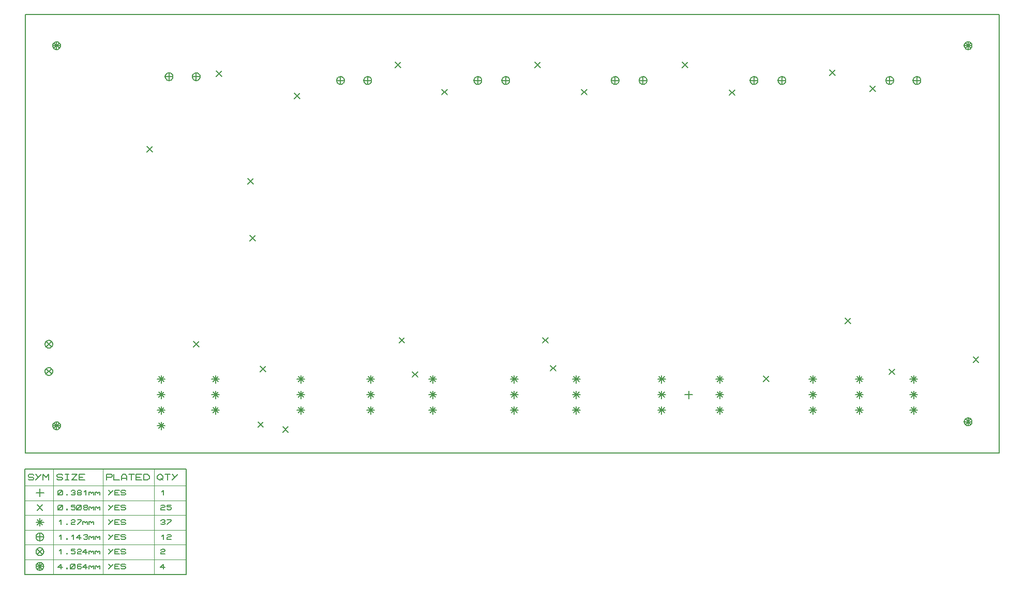
<source format=gbr>
G04 PROTEUS RS274X GERBER FILE*
%FSLAX45Y45*%
%MOMM*%
G01*
%ADD40C,0.203200*%
%ADD115C,0.127000*%
%ADD90C,0.063500*%
D40*
X-1314901Y-2368099D02*
X-1225099Y-2457901D01*
X-1314901Y-2457901D02*
X-1225099Y-2368099D01*
X+5987599Y-2050599D02*
X+6077401Y-2140401D01*
X+5987599Y-2140401D02*
X+6077401Y-2050599D01*
X+1034599Y-2368099D02*
X+1124401Y-2457901D01*
X+1034599Y-2457901D02*
X+1124401Y-2368099D01*
X+3429000Y-3238500D02*
X+3429000Y-3365500D01*
X+3365500Y-3302000D02*
X+3492500Y-3302000D01*
X+8083099Y-2685599D02*
X+8172901Y-2775401D01*
X+8083099Y-2775401D02*
X+8172901Y-2685599D01*
X-3029401Y+1632401D02*
X-2939599Y+1542599D01*
X-3029401Y+1542599D02*
X-2939599Y+1632401D01*
X-616401Y+1695901D02*
X-526599Y+1606099D01*
X-616401Y+1606099D02*
X-526599Y+1695901D01*
X+1669599Y+1695901D02*
X+1759401Y+1606099D01*
X+1669599Y+1606099D02*
X+1759401Y+1695901D01*
X+4089445Y+1689910D02*
X+4179247Y+1600108D01*
X+4089445Y+1600108D02*
X+4179247Y+1689910D01*
X+5733599Y+2013401D02*
X+5823401Y+1923599D01*
X+5733599Y+1923599D02*
X+5823401Y+2013401D01*
X+6392255Y+1751930D02*
X+6482057Y+1662128D01*
X+6392255Y+1662128D02*
X+6482057Y+1751930D01*
X+3320599Y+2140401D02*
X+3410401Y+2050599D01*
X+3320599Y+2050599D02*
X+3410401Y+2140401D01*
X+907599Y+2140401D02*
X+997401Y+2050599D01*
X+907599Y+2050599D02*
X+997401Y+2140401D01*
X-1378401Y+2140401D02*
X-1288599Y+2050599D01*
X-1378401Y+2050599D02*
X-1288599Y+2140401D01*
X-4680401Y-2431599D02*
X-4590599Y-2521401D01*
X-4680401Y-2521401D02*
X-4590599Y-2431599D01*
X-3219901Y-3828599D02*
X-3130099Y-3918401D01*
X-3219901Y-3918401D02*
X-3130099Y-3828599D01*
X-3791401Y+235401D02*
X-3701599Y+145599D01*
X-3791401Y+145599D02*
X-3701599Y+235401D01*
X-4308862Y+1999984D02*
X-4219060Y+1910182D01*
X-4308862Y+1910182D02*
X-4219060Y+1999984D01*
X+1161599Y-2825299D02*
X+1251401Y-2915101D01*
X+1161599Y-2915101D02*
X+1251401Y-2825299D01*
X-5439461Y+763587D02*
X-5349659Y+673785D01*
X-5439461Y+673785D02*
X-5349659Y+763587D01*
X-3755866Y-694264D02*
X-3666064Y-784066D01*
X-3755866Y-784066D02*
X-3666064Y-694264D01*
X-3624420Y-3747224D02*
X-3534618Y-3837026D01*
X-3624420Y-3837026D02*
X-3534618Y-3747224D01*
X-3588201Y-2837999D02*
X-3498399Y-2927801D01*
X-3588201Y-2927801D02*
X-3498399Y-2837999D01*
X+4649496Y-3000365D02*
X+4739298Y-3090167D01*
X+4649496Y-3090167D02*
X+4739298Y-3000365D01*
X+6705716Y-2883708D02*
X+6795518Y-2973510D01*
X+6705716Y-2973510D02*
X+6795518Y-2883708D01*
X-1099001Y-2926899D02*
X-1009199Y-3016701D01*
X-1099001Y-3016701D02*
X-1009199Y-2926899D01*
X-6985000Y-2476500D02*
X-6985217Y-2471253D01*
X-6986982Y-2460758D01*
X-6990674Y-2450263D01*
X-6996702Y-2439768D01*
X-7005924Y-2429388D01*
X-7016419Y-2421700D01*
X-7026914Y-2416782D01*
X-7037409Y-2413976D01*
X-7047904Y-2413003D01*
X-7048500Y-2413000D01*
X-7112000Y-2476500D02*
X-7111783Y-2471253D01*
X-7110018Y-2460758D01*
X-7106326Y-2450263D01*
X-7100298Y-2439768D01*
X-7091076Y-2429388D01*
X-7080581Y-2421700D01*
X-7070086Y-2416782D01*
X-7059591Y-2413976D01*
X-7049096Y-2413003D01*
X-7048500Y-2413000D01*
X-7112000Y-2476500D02*
X-7111783Y-2481747D01*
X-7110018Y-2492242D01*
X-7106326Y-2502737D01*
X-7100298Y-2513232D01*
X-7091076Y-2523612D01*
X-7080581Y-2531300D01*
X-7070086Y-2536218D01*
X-7059591Y-2539024D01*
X-7049096Y-2539997D01*
X-7048500Y-2540000D01*
X-6985000Y-2476500D02*
X-6985217Y-2481747D01*
X-6986982Y-2492242D01*
X-6990674Y-2502737D01*
X-6996702Y-2513232D01*
X-7005924Y-2523612D01*
X-7016419Y-2531300D01*
X-7026914Y-2536218D01*
X-7037409Y-2539024D01*
X-7047904Y-2539997D01*
X-7048500Y-2540000D01*
X-7093401Y-2431599D02*
X-7003599Y-2521401D01*
X-7093401Y-2521401D02*
X-7003599Y-2431599D01*
X-6985000Y-2921000D02*
X-6985217Y-2915753D01*
X-6986982Y-2905258D01*
X-6990674Y-2894763D01*
X-6996702Y-2884268D01*
X-7005924Y-2873888D01*
X-7016419Y-2866200D01*
X-7026914Y-2861282D01*
X-7037409Y-2858476D01*
X-7047904Y-2857503D01*
X-7048500Y-2857500D01*
X-7112000Y-2921000D02*
X-7111783Y-2915753D01*
X-7110018Y-2905258D01*
X-7106326Y-2894763D01*
X-7100298Y-2884268D01*
X-7091076Y-2873888D01*
X-7080581Y-2866200D01*
X-7070086Y-2861282D01*
X-7059591Y-2858476D01*
X-7049096Y-2857503D01*
X-7048500Y-2857500D01*
X-7112000Y-2921000D02*
X-7111783Y-2926247D01*
X-7110018Y-2936742D01*
X-7106326Y-2947237D01*
X-7100298Y-2957732D01*
X-7091076Y-2968112D01*
X-7080581Y-2975800D01*
X-7070086Y-2980718D01*
X-7059591Y-2983524D01*
X-7049096Y-2984497D01*
X-7048500Y-2984500D01*
X-6985000Y-2921000D02*
X-6985217Y-2926247D01*
X-6986982Y-2936742D01*
X-6990674Y-2947237D01*
X-6996702Y-2957732D01*
X-7005924Y-2968112D01*
X-7016419Y-2975800D01*
X-7026914Y-2980718D01*
X-7037409Y-2983524D01*
X-7047904Y-2984497D01*
X-7048500Y-2984500D01*
X-7093401Y-2876099D02*
X-7003599Y-2965901D01*
X-7093401Y-2965901D02*
X-7003599Y-2876099D01*
X-1765300Y+1841500D02*
X-1765517Y+1846747D01*
X-1767282Y+1857242D01*
X-1770974Y+1867737D01*
X-1777002Y+1878232D01*
X-1786224Y+1888612D01*
X-1796719Y+1896300D01*
X-1807214Y+1901218D01*
X-1817709Y+1904024D01*
X-1828204Y+1904997D01*
X-1828800Y+1905000D01*
X-1892300Y+1841500D02*
X-1892083Y+1846747D01*
X-1890318Y+1857242D01*
X-1886626Y+1867737D01*
X-1880598Y+1878232D01*
X-1871376Y+1888612D01*
X-1860881Y+1896300D01*
X-1850386Y+1901218D01*
X-1839891Y+1904024D01*
X-1829396Y+1904997D01*
X-1828800Y+1905000D01*
X-1892300Y+1841500D02*
X-1892083Y+1836253D01*
X-1890318Y+1825758D01*
X-1886626Y+1815263D01*
X-1880598Y+1804768D01*
X-1871376Y+1794388D01*
X-1860881Y+1786700D01*
X-1850386Y+1781782D01*
X-1839891Y+1778976D01*
X-1829396Y+1778003D01*
X-1828800Y+1778000D01*
X-1765300Y+1841500D02*
X-1765517Y+1836253D01*
X-1767282Y+1825758D01*
X-1770974Y+1815263D01*
X-1777002Y+1804768D01*
X-1786224Y+1794388D01*
X-1796719Y+1786700D01*
X-1807214Y+1781782D01*
X-1817709Y+1778976D01*
X-1828204Y+1778003D01*
X-1828800Y+1778000D01*
X-1828800Y+1905000D02*
X-1828800Y+1778000D01*
X-1892300Y+1841500D02*
X-1765300Y+1841500D01*
X-2921000Y-3492500D02*
X-2921000Y-3619500D01*
X-2984500Y-3556000D02*
X-2857500Y-3556000D01*
X-2965901Y-3511099D02*
X-2876099Y-3600901D01*
X-2965901Y-3600901D02*
X-2876099Y-3511099D01*
X-2921000Y-2984500D02*
X-2921000Y-3111500D01*
X-2984500Y-3048000D02*
X-2857500Y-3048000D01*
X-2965901Y-3003099D02*
X-2876099Y-3092901D01*
X-2965901Y-3092901D02*
X-2876099Y-3003099D01*
X-2921000Y-3238500D02*
X-2921000Y-3365500D01*
X-2984500Y-3302000D02*
X-2857500Y-3302000D01*
X-2965901Y-3257099D02*
X-2876099Y-3346901D01*
X-2965901Y-3346901D02*
X-2876099Y-3257099D01*
X+495300Y+1841500D02*
X+495083Y+1846747D01*
X+493318Y+1857242D01*
X+489626Y+1867737D01*
X+483598Y+1878232D01*
X+474376Y+1888612D01*
X+463881Y+1896300D01*
X+453386Y+1901218D01*
X+442891Y+1904024D01*
X+432396Y+1904997D01*
X+431800Y+1905000D01*
X+368300Y+1841500D02*
X+368517Y+1846747D01*
X+370282Y+1857242D01*
X+373974Y+1867737D01*
X+380002Y+1878232D01*
X+389224Y+1888612D01*
X+399719Y+1896300D01*
X+410214Y+1901218D01*
X+420709Y+1904024D01*
X+431204Y+1904997D01*
X+431800Y+1905000D01*
X+368300Y+1841500D02*
X+368517Y+1836253D01*
X+370282Y+1825758D01*
X+373974Y+1815263D01*
X+380002Y+1804768D01*
X+389224Y+1794388D01*
X+399719Y+1786700D01*
X+410214Y+1781782D01*
X+420709Y+1778976D01*
X+431204Y+1778003D01*
X+431800Y+1778000D01*
X+495300Y+1841500D02*
X+495083Y+1836253D01*
X+493318Y+1825758D01*
X+489626Y+1815263D01*
X+483598Y+1804768D01*
X+474376Y+1794388D01*
X+463881Y+1786700D01*
X+453386Y+1781782D01*
X+442891Y+1778976D01*
X+432396Y+1778003D01*
X+431800Y+1778000D01*
X+431800Y+1905000D02*
X+431800Y+1778000D01*
X+368300Y+1841500D02*
X+495300Y+1841500D01*
X-762000Y-3492500D02*
X-762000Y-3619500D01*
X-825500Y-3556000D02*
X-698500Y-3556000D01*
X-806901Y-3511099D02*
X-717099Y-3600901D01*
X-806901Y-3600901D02*
X-717099Y-3511099D01*
X-762000Y-3238500D02*
X-762000Y-3365500D01*
X-825500Y-3302000D02*
X-698500Y-3302000D01*
X-806901Y-3257099D02*
X-717099Y-3346901D01*
X-806901Y-3346901D02*
X-717099Y-3257099D01*
X-762000Y-2984500D02*
X-762000Y-3111500D01*
X-825500Y-3048000D02*
X-698500Y-3048000D01*
X-806901Y-3003099D02*
X-717099Y-3092901D01*
X-806901Y-3092901D02*
X-717099Y-3003099D01*
X+1587500Y-3238500D02*
X+1587500Y-3365500D01*
X+1524000Y-3302000D02*
X+1651000Y-3302000D01*
X+1542599Y-3257099D02*
X+1632401Y-3346901D01*
X+1542599Y-3346901D02*
X+1632401Y-3257099D01*
X+1587500Y-3492500D02*
X+1587500Y-3619500D01*
X+1524000Y-3556000D02*
X+1651000Y-3556000D01*
X+1542599Y-3511099D02*
X+1632401Y-3600901D01*
X+1542599Y-3600901D02*
X+1632401Y-3511099D01*
X+1587500Y-2984500D02*
X+1587500Y-3111500D01*
X+1524000Y-3048000D02*
X+1651000Y-3048000D01*
X+1542599Y-3003099D02*
X+1632401Y-3092901D01*
X+1542599Y-3092901D02*
X+1632401Y-3003099D01*
X+2743200Y+1841500D02*
X+2742983Y+1846747D01*
X+2741218Y+1857242D01*
X+2737526Y+1867737D01*
X+2731498Y+1878232D01*
X+2722276Y+1888612D01*
X+2711781Y+1896300D01*
X+2701286Y+1901218D01*
X+2690791Y+1904024D01*
X+2680296Y+1904997D01*
X+2679700Y+1905000D01*
X+2616200Y+1841500D02*
X+2616417Y+1846747D01*
X+2618182Y+1857242D01*
X+2621874Y+1867737D01*
X+2627902Y+1878232D01*
X+2637124Y+1888612D01*
X+2647619Y+1896300D01*
X+2658114Y+1901218D01*
X+2668609Y+1904024D01*
X+2679104Y+1904997D01*
X+2679700Y+1905000D01*
X+2616200Y+1841500D02*
X+2616417Y+1836253D01*
X+2618182Y+1825758D01*
X+2621874Y+1815263D01*
X+2627902Y+1804768D01*
X+2637124Y+1794388D01*
X+2647619Y+1786700D01*
X+2658114Y+1781782D01*
X+2668609Y+1778976D01*
X+2679104Y+1778003D01*
X+2679700Y+1778000D01*
X+2743200Y+1841500D02*
X+2742983Y+1836253D01*
X+2741218Y+1825758D01*
X+2737526Y+1815263D01*
X+2731498Y+1804768D01*
X+2722276Y+1794388D01*
X+2711781Y+1786700D01*
X+2701286Y+1781782D01*
X+2690791Y+1778976D01*
X+2680296Y+1778003D01*
X+2679700Y+1778000D01*
X+2679700Y+1905000D02*
X+2679700Y+1778000D01*
X+2616200Y+1841500D02*
X+2743200Y+1841500D01*
X+3937000Y-3492500D02*
X+3937000Y-3619500D01*
X+3873500Y-3556000D02*
X+4000500Y-3556000D01*
X+3892099Y-3511099D02*
X+3981901Y-3600901D01*
X+3892099Y-3600901D02*
X+3981901Y-3511099D01*
X+6223000Y-3492500D02*
X+6223000Y-3619500D01*
X+6159500Y-3556000D02*
X+6286500Y-3556000D01*
X+6178099Y-3511099D02*
X+6267901Y-3600901D01*
X+6178099Y-3600901D02*
X+6267901Y-3511099D01*
X+3937000Y-2984500D02*
X+3937000Y-3111500D01*
X+3873500Y-3048000D02*
X+4000500Y-3048000D01*
X+3892099Y-3003099D02*
X+3981901Y-3092901D01*
X+3892099Y-3092901D02*
X+3981901Y-3003099D01*
X+6223000Y-2984500D02*
X+6223000Y-3111500D01*
X+6159500Y-3048000D02*
X+6286500Y-3048000D01*
X+6178099Y-3003099D02*
X+6267901Y-3092901D01*
X+6178099Y-3092901D02*
X+6267901Y-3003099D01*
X+3937000Y-3238500D02*
X+3937000Y-3365500D01*
X+3873500Y-3302000D02*
X+4000500Y-3302000D01*
X+3892099Y-3257099D02*
X+3981901Y-3346901D01*
X+3892099Y-3346901D02*
X+3981901Y-3257099D01*
X+6223000Y-3238500D02*
X+6223000Y-3365500D01*
X+6159500Y-3302000D02*
X+6286500Y-3302000D01*
X+6178099Y-3257099D02*
X+6267901Y-3346901D01*
X+6178099Y-3346901D02*
X+6267901Y-3257099D01*
X+5016500Y+1841500D02*
X+5016283Y+1846747D01*
X+5014518Y+1857242D01*
X+5010826Y+1867737D01*
X+5004798Y+1878232D01*
X+4995576Y+1888612D01*
X+4985081Y+1896300D01*
X+4974586Y+1901218D01*
X+4964091Y+1904024D01*
X+4953596Y+1904997D01*
X+4953000Y+1905000D01*
X+4889500Y+1841500D02*
X+4889717Y+1846747D01*
X+4891482Y+1857242D01*
X+4895174Y+1867737D01*
X+4901202Y+1878232D01*
X+4910424Y+1888612D01*
X+4920919Y+1896300D01*
X+4931414Y+1901218D01*
X+4941909Y+1904024D01*
X+4952404Y+1904997D01*
X+4953000Y+1905000D01*
X+4889500Y+1841500D02*
X+4889717Y+1836253D01*
X+4891482Y+1825758D01*
X+4895174Y+1815263D01*
X+4901202Y+1804768D01*
X+4910424Y+1794388D01*
X+4920919Y+1786700D01*
X+4931414Y+1781782D01*
X+4941909Y+1778976D01*
X+4952404Y+1778003D01*
X+4953000Y+1778000D01*
X+5016500Y+1841500D02*
X+5016283Y+1836253D01*
X+5014518Y+1825758D01*
X+5010826Y+1815263D01*
X+5004798Y+1804768D01*
X+4995576Y+1794388D01*
X+4985081Y+1786700D01*
X+4974586Y+1781782D01*
X+4964091Y+1778976D01*
X+4953596Y+1778003D01*
X+4953000Y+1778000D01*
X+4953000Y+1905000D02*
X+4953000Y+1778000D01*
X+4889500Y+1841500D02*
X+5016500Y+1841500D01*
X+7226300Y+1841500D02*
X+7226083Y+1846747D01*
X+7224318Y+1857242D01*
X+7220626Y+1867737D01*
X+7214598Y+1878232D01*
X+7205376Y+1888612D01*
X+7194881Y+1896300D01*
X+7184386Y+1901218D01*
X+7173891Y+1904024D01*
X+7163396Y+1904997D01*
X+7162800Y+1905000D01*
X+7099300Y+1841500D02*
X+7099517Y+1846747D01*
X+7101282Y+1857242D01*
X+7104974Y+1867737D01*
X+7111002Y+1878232D01*
X+7120224Y+1888612D01*
X+7130719Y+1896300D01*
X+7141214Y+1901218D01*
X+7151709Y+1904024D01*
X+7162204Y+1904997D01*
X+7162800Y+1905000D01*
X+7099300Y+1841500D02*
X+7099517Y+1836253D01*
X+7101282Y+1825758D01*
X+7104974Y+1815263D01*
X+7111002Y+1804768D01*
X+7120224Y+1794388D01*
X+7130719Y+1786700D01*
X+7141214Y+1781782D01*
X+7151709Y+1778976D01*
X+7162204Y+1778003D01*
X+7162800Y+1778000D01*
X+7226300Y+1841500D02*
X+7226083Y+1836253D01*
X+7224318Y+1825758D01*
X+7220626Y+1815263D01*
X+7214598Y+1804768D01*
X+7205376Y+1794388D01*
X+7194881Y+1786700D01*
X+7184386Y+1781782D01*
X+7173891Y+1778976D01*
X+7163396Y+1778003D01*
X+7162800Y+1778000D01*
X+7162800Y+1905000D02*
X+7162800Y+1778000D01*
X+7099300Y+1841500D02*
X+7226300Y+1841500D01*
X+7112000Y-3238500D02*
X+7112000Y-3365500D01*
X+7048500Y-3302000D02*
X+7175500Y-3302000D01*
X+7067099Y-3257099D02*
X+7156901Y-3346901D01*
X+7067099Y-3346901D02*
X+7156901Y-3257099D01*
X+5461000Y-3238500D02*
X+5461000Y-3365500D01*
X+5397500Y-3302000D02*
X+5524500Y-3302000D01*
X+5416099Y-3257099D02*
X+5505901Y-3346901D01*
X+5416099Y-3346901D02*
X+5505901Y-3257099D01*
X+2984500Y-3238500D02*
X+2984500Y-3365500D01*
X+2921000Y-3302000D02*
X+3048000Y-3302000D01*
X+2939599Y-3257099D02*
X+3029401Y-3346901D01*
X+2939599Y-3346901D02*
X+3029401Y-3257099D01*
X+571500Y-3238500D02*
X+571500Y-3365500D01*
X+508000Y-3302000D02*
X+635000Y-3302000D01*
X+526599Y-3257099D02*
X+616401Y-3346901D01*
X+526599Y-3346901D02*
X+616401Y-3257099D01*
X-1778000Y-3238500D02*
X-1778000Y-3365500D01*
X-1841500Y-3302000D02*
X-1714500Y-3302000D01*
X-1822901Y-3257099D02*
X-1733099Y-3346901D01*
X-1822901Y-3346901D02*
X-1733099Y-3257099D01*
X+7112000Y-3492500D02*
X+7112000Y-3619500D01*
X+7048500Y-3556000D02*
X+7175500Y-3556000D01*
X+7067099Y-3511099D02*
X+7156901Y-3600901D01*
X+7067099Y-3600901D02*
X+7156901Y-3511099D01*
X+5461000Y-3492500D02*
X+5461000Y-3619500D01*
X+5397500Y-3556000D02*
X+5524500Y-3556000D01*
X+5416099Y-3511099D02*
X+5505901Y-3600901D01*
X+5416099Y-3600901D02*
X+5505901Y-3511099D01*
X+2984500Y-3492500D02*
X+2984500Y-3619500D01*
X+2921000Y-3556000D02*
X+3048000Y-3556000D01*
X+2939599Y-3511099D02*
X+3029401Y-3600901D01*
X+2939599Y-3600901D02*
X+3029401Y-3511099D01*
X+571500Y-3492500D02*
X+571500Y-3619500D01*
X+508000Y-3556000D02*
X+635000Y-3556000D01*
X+526599Y-3511099D02*
X+616401Y-3600901D01*
X+526599Y-3600901D02*
X+616401Y-3511099D01*
X-1778000Y-3492500D02*
X-1778000Y-3619500D01*
X-1841500Y-3556000D02*
X-1714500Y-3556000D01*
X-1822901Y-3511099D02*
X-1733099Y-3600901D01*
X-1822901Y-3600901D02*
X-1733099Y-3511099D01*
X+7112000Y-2984500D02*
X+7112000Y-3111500D01*
X+7048500Y-3048000D02*
X+7175500Y-3048000D01*
X+7067099Y-3003099D02*
X+7156901Y-3092901D01*
X+7067099Y-3092901D02*
X+7156901Y-3003099D01*
X+5461000Y-2984500D02*
X+5461000Y-3111500D01*
X+5397500Y-3048000D02*
X+5524500Y-3048000D01*
X+5416099Y-3003099D02*
X+5505901Y-3092901D01*
X+5416099Y-3092901D02*
X+5505901Y-3003099D01*
X+2984500Y-2984500D02*
X+2984500Y-3111500D01*
X+2921000Y-3048000D02*
X+3048000Y-3048000D01*
X+2939599Y-3003099D02*
X+3029401Y-3092901D01*
X+2939599Y-3092901D02*
X+3029401Y-3003099D01*
X+571500Y-2984500D02*
X+571500Y-3111500D01*
X+508000Y-3048000D02*
X+635000Y-3048000D01*
X+526599Y-3003099D02*
X+616401Y-3092901D01*
X+526599Y-3092901D02*
X+616401Y-3003099D01*
X-1778000Y-2984500D02*
X-1778000Y-3111500D01*
X-1841500Y-3048000D02*
X-1714500Y-3048000D01*
X-1822901Y-3003099D02*
X-1733099Y-3092901D01*
X-1822901Y-3092901D02*
X-1733099Y-3003099D01*
X+6781800Y+1841500D02*
X+6781583Y+1846747D01*
X+6779818Y+1857242D01*
X+6776126Y+1867737D01*
X+6770098Y+1878232D01*
X+6760876Y+1888612D01*
X+6750381Y+1896300D01*
X+6739886Y+1901218D01*
X+6729391Y+1904024D01*
X+6718896Y+1904997D01*
X+6718300Y+1905000D01*
X+6654800Y+1841500D02*
X+6655017Y+1846747D01*
X+6656782Y+1857242D01*
X+6660474Y+1867737D01*
X+6666502Y+1878232D01*
X+6675724Y+1888612D01*
X+6686219Y+1896300D01*
X+6696714Y+1901218D01*
X+6707209Y+1904024D01*
X+6717704Y+1904997D01*
X+6718300Y+1905000D01*
X+6654800Y+1841500D02*
X+6655017Y+1836253D01*
X+6656782Y+1825758D01*
X+6660474Y+1815263D01*
X+6666502Y+1804768D01*
X+6675724Y+1794388D01*
X+6686219Y+1786700D01*
X+6696714Y+1781782D01*
X+6707209Y+1778976D01*
X+6717704Y+1778003D01*
X+6718300Y+1778000D01*
X+6781800Y+1841500D02*
X+6781583Y+1836253D01*
X+6779818Y+1825758D01*
X+6776126Y+1815263D01*
X+6770098Y+1804768D01*
X+6760876Y+1794388D01*
X+6750381Y+1786700D01*
X+6739886Y+1781782D01*
X+6729391Y+1778976D01*
X+6718896Y+1778003D01*
X+6718300Y+1778000D01*
X+6718300Y+1905000D02*
X+6718300Y+1778000D01*
X+6654800Y+1841500D02*
X+6781800Y+1841500D01*
X+4559300Y+1841500D02*
X+4559083Y+1846747D01*
X+4557318Y+1857242D01*
X+4553626Y+1867737D01*
X+4547598Y+1878232D01*
X+4538376Y+1888612D01*
X+4527881Y+1896300D01*
X+4517386Y+1901218D01*
X+4506891Y+1904024D01*
X+4496396Y+1904997D01*
X+4495800Y+1905000D01*
X+4432300Y+1841500D02*
X+4432517Y+1846747D01*
X+4434282Y+1857242D01*
X+4437974Y+1867737D01*
X+4444002Y+1878232D01*
X+4453224Y+1888612D01*
X+4463719Y+1896300D01*
X+4474214Y+1901218D01*
X+4484709Y+1904024D01*
X+4495204Y+1904997D01*
X+4495800Y+1905000D01*
X+4432300Y+1841500D02*
X+4432517Y+1836253D01*
X+4434282Y+1825758D01*
X+4437974Y+1815263D01*
X+4444002Y+1804768D01*
X+4453224Y+1794388D01*
X+4463719Y+1786700D01*
X+4474214Y+1781782D01*
X+4484709Y+1778976D01*
X+4495204Y+1778003D01*
X+4495800Y+1778000D01*
X+4559300Y+1841500D02*
X+4559083Y+1836253D01*
X+4557318Y+1825758D01*
X+4553626Y+1815263D01*
X+4547598Y+1804768D01*
X+4538376Y+1794388D01*
X+4527881Y+1786700D01*
X+4517386Y+1781782D01*
X+4506891Y+1778976D01*
X+4496396Y+1778003D01*
X+4495800Y+1778000D01*
X+4495800Y+1905000D02*
X+4495800Y+1778000D01*
X+4432300Y+1841500D02*
X+4559300Y+1841500D01*
X+2286000Y+1841500D02*
X+2285783Y+1846747D01*
X+2284018Y+1857242D01*
X+2280326Y+1867737D01*
X+2274298Y+1878232D01*
X+2265076Y+1888612D01*
X+2254581Y+1896300D01*
X+2244086Y+1901218D01*
X+2233591Y+1904024D01*
X+2223096Y+1904997D01*
X+2222500Y+1905000D01*
X+2159000Y+1841500D02*
X+2159217Y+1846747D01*
X+2160982Y+1857242D01*
X+2164674Y+1867737D01*
X+2170702Y+1878232D01*
X+2179924Y+1888612D01*
X+2190419Y+1896300D01*
X+2200914Y+1901218D01*
X+2211409Y+1904024D01*
X+2221904Y+1904997D01*
X+2222500Y+1905000D01*
X+2159000Y+1841500D02*
X+2159217Y+1836253D01*
X+2160982Y+1825758D01*
X+2164674Y+1815263D01*
X+2170702Y+1804768D01*
X+2179924Y+1794388D01*
X+2190419Y+1786700D01*
X+2200914Y+1781782D01*
X+2211409Y+1778976D01*
X+2221904Y+1778003D01*
X+2222500Y+1778000D01*
X+2286000Y+1841500D02*
X+2285783Y+1836253D01*
X+2284018Y+1825758D01*
X+2280326Y+1815263D01*
X+2274298Y+1804768D01*
X+2265076Y+1794388D01*
X+2254581Y+1786700D01*
X+2244086Y+1781782D01*
X+2233591Y+1778976D01*
X+2223096Y+1778003D01*
X+2222500Y+1778000D01*
X+2222500Y+1905000D02*
X+2222500Y+1778000D01*
X+2159000Y+1841500D02*
X+2286000Y+1841500D01*
X+38100Y+1841500D02*
X+37883Y+1846747D01*
X+36118Y+1857242D01*
X+32426Y+1867737D01*
X+26398Y+1878232D01*
X+17176Y+1888612D01*
X+6681Y+1896300D01*
X-3814Y+1901218D01*
X-14309Y+1904024D01*
X-24804Y+1904997D01*
X-25400Y+1905000D01*
X-88900Y+1841500D02*
X-88683Y+1846747D01*
X-86918Y+1857242D01*
X-83226Y+1867737D01*
X-77198Y+1878232D01*
X-67976Y+1888612D01*
X-57481Y+1896300D01*
X-46986Y+1901218D01*
X-36491Y+1904024D01*
X-25996Y+1904997D01*
X-25400Y+1905000D01*
X-88900Y+1841500D02*
X-88683Y+1836253D01*
X-86918Y+1825758D01*
X-83226Y+1815263D01*
X-77198Y+1804768D01*
X-67976Y+1794388D01*
X-57481Y+1786700D01*
X-46986Y+1781782D01*
X-36491Y+1778976D01*
X-25996Y+1778003D01*
X-25400Y+1778000D01*
X+38100Y+1841500D02*
X+37883Y+1836253D01*
X+36118Y+1825758D01*
X+32426Y+1815263D01*
X+26398Y+1804768D01*
X+17176Y+1794388D01*
X+6681Y+1786700D01*
X-3814Y+1781782D01*
X-14309Y+1778976D01*
X-24804Y+1778003D01*
X-25400Y+1778000D01*
X-25400Y+1905000D02*
X-25400Y+1778000D01*
X-88900Y+1841500D02*
X+38100Y+1841500D01*
X-2209800Y+1841500D02*
X-2210017Y+1846747D01*
X-2211782Y+1857242D01*
X-2215474Y+1867737D01*
X-2221502Y+1878232D01*
X-2230724Y+1888612D01*
X-2241219Y+1896300D01*
X-2251714Y+1901218D01*
X-2262209Y+1904024D01*
X-2272704Y+1904997D01*
X-2273300Y+1905000D01*
X-2336800Y+1841500D02*
X-2336583Y+1846747D01*
X-2334818Y+1857242D01*
X-2331126Y+1867737D01*
X-2325098Y+1878232D01*
X-2315876Y+1888612D01*
X-2305381Y+1896300D01*
X-2294886Y+1901218D01*
X-2284391Y+1904024D01*
X-2273896Y+1904997D01*
X-2273300Y+1905000D01*
X-2336800Y+1841500D02*
X-2336583Y+1836253D01*
X-2334818Y+1825758D01*
X-2331126Y+1815263D01*
X-2325098Y+1804768D01*
X-2315876Y+1794388D01*
X-2305381Y+1786700D01*
X-2294886Y+1781782D01*
X-2284391Y+1778976D01*
X-2273896Y+1778003D01*
X-2273300Y+1778000D01*
X-2209800Y+1841500D02*
X-2210017Y+1836253D01*
X-2211782Y+1825758D01*
X-2215474Y+1815263D01*
X-2221502Y+1804768D01*
X-2230724Y+1794388D01*
X-2241219Y+1786700D01*
X-2251714Y+1781782D01*
X-2262209Y+1778976D01*
X-2272704Y+1778003D01*
X-2273300Y+1778000D01*
X-2273300Y+1905000D02*
X-2273300Y+1778000D01*
X-2336800Y+1841500D02*
X-2209800Y+1841500D01*
X-5016500Y+1905000D02*
X-5016717Y+1910247D01*
X-5018482Y+1920742D01*
X-5022174Y+1931237D01*
X-5028202Y+1941732D01*
X-5037424Y+1952112D01*
X-5047919Y+1959800D01*
X-5058414Y+1964718D01*
X-5068909Y+1967524D01*
X-5079404Y+1968497D01*
X-5080000Y+1968500D01*
X-5143500Y+1905000D02*
X-5143283Y+1910247D01*
X-5141518Y+1920742D01*
X-5137826Y+1931237D01*
X-5131798Y+1941732D01*
X-5122576Y+1952112D01*
X-5112081Y+1959800D01*
X-5101586Y+1964718D01*
X-5091091Y+1967524D01*
X-5080596Y+1968497D01*
X-5080000Y+1968500D01*
X-5143500Y+1905000D02*
X-5143283Y+1899753D01*
X-5141518Y+1889258D01*
X-5137826Y+1878763D01*
X-5131798Y+1868268D01*
X-5122576Y+1857888D01*
X-5112081Y+1850200D01*
X-5101586Y+1845282D01*
X-5091091Y+1842476D01*
X-5080596Y+1841503D01*
X-5080000Y+1841500D01*
X-5016500Y+1905000D02*
X-5016717Y+1899753D01*
X-5018482Y+1889258D01*
X-5022174Y+1878763D01*
X-5028202Y+1868268D01*
X-5037424Y+1857888D01*
X-5047919Y+1850200D01*
X-5058414Y+1845282D01*
X-5068909Y+1842476D01*
X-5079404Y+1841503D01*
X-5080000Y+1841500D01*
X-5080000Y+1968500D02*
X-5080000Y+1841500D01*
X-5143500Y+1905000D02*
X-5016500Y+1905000D01*
X-4318000Y-3492500D02*
X-4318000Y-3619500D01*
X-4381500Y-3556000D02*
X-4254500Y-3556000D01*
X-4362901Y-3511099D02*
X-4273099Y-3600901D01*
X-4362901Y-3600901D02*
X-4273099Y-3511099D01*
X-4318000Y-2984500D02*
X-4318000Y-3111500D01*
X-4381500Y-3048000D02*
X-4254500Y-3048000D01*
X-4362901Y-3003099D02*
X-4273099Y-3092901D01*
X-4362901Y-3092901D02*
X-4273099Y-3003099D01*
X-4318000Y-3238500D02*
X-4318000Y-3365500D01*
X-4381500Y-3302000D02*
X-4254500Y-3302000D01*
X-4362901Y-3257099D02*
X-4273099Y-3346901D01*
X-4362901Y-3346901D02*
X-4273099Y-3257099D01*
X-6858000Y-3810000D02*
X-6858217Y-3804753D01*
X-6859982Y-3794258D01*
X-6863674Y-3783763D01*
X-6869702Y-3773268D01*
X-6878924Y-3762888D01*
X-6889419Y-3755200D01*
X-6899914Y-3750282D01*
X-6910409Y-3747476D01*
X-6920904Y-3746503D01*
X-6921500Y-3746500D01*
X-6985000Y-3810000D02*
X-6984783Y-3804753D01*
X-6983018Y-3794258D01*
X-6979326Y-3783763D01*
X-6973298Y-3773268D01*
X-6964076Y-3762888D01*
X-6953581Y-3755200D01*
X-6943086Y-3750282D01*
X-6932591Y-3747476D01*
X-6922096Y-3746503D01*
X-6921500Y-3746500D01*
X-6985000Y-3810000D02*
X-6984783Y-3815247D01*
X-6983018Y-3825742D01*
X-6979326Y-3836237D01*
X-6973298Y-3846732D01*
X-6964076Y-3857112D01*
X-6953581Y-3864800D01*
X-6943086Y-3869718D01*
X-6932591Y-3872524D01*
X-6922096Y-3873497D01*
X-6921500Y-3873500D01*
X-6858000Y-3810000D02*
X-6858217Y-3815247D01*
X-6859982Y-3825742D01*
X-6863674Y-3836237D01*
X-6869702Y-3846732D01*
X-6878924Y-3857112D01*
X-6889419Y-3864800D01*
X-6899914Y-3869718D01*
X-6910409Y-3872524D01*
X-6920904Y-3873497D01*
X-6921500Y-3873500D01*
X-6921500Y-3746500D02*
X-6921500Y-3873500D01*
X-6985000Y-3810000D02*
X-6858000Y-3810000D01*
X-6858217Y-3804753D01*
X-6859982Y-3794258D01*
X-6863674Y-3783763D01*
X-6869702Y-3773268D01*
X-6878924Y-3762888D01*
X-6889419Y-3755200D01*
X-6899914Y-3750282D01*
X-6910409Y-3747476D01*
X-6920904Y-3746503D01*
X-6921500Y-3746500D01*
X-6985000Y-3810000D02*
X-6984783Y-3804753D01*
X-6983018Y-3794258D01*
X-6979326Y-3783763D01*
X-6973298Y-3773268D01*
X-6964076Y-3762888D01*
X-6953581Y-3755200D01*
X-6943086Y-3750282D01*
X-6932591Y-3747476D01*
X-6922096Y-3746503D01*
X-6921500Y-3746500D01*
X-6985000Y-3810000D02*
X-6984783Y-3815247D01*
X-6983018Y-3825742D01*
X-6979326Y-3836237D01*
X-6973298Y-3846732D01*
X-6964076Y-3857112D01*
X-6953581Y-3864800D01*
X-6943086Y-3869718D01*
X-6932591Y-3872524D01*
X-6922096Y-3873497D01*
X-6921500Y-3873500D01*
X-6858000Y-3810000D02*
X-6858217Y-3815247D01*
X-6859982Y-3825742D01*
X-6863674Y-3836237D01*
X-6869702Y-3846732D01*
X-6878924Y-3857112D01*
X-6889419Y-3864800D01*
X-6899914Y-3869718D01*
X-6910409Y-3872524D01*
X-6920904Y-3873497D01*
X-6921500Y-3873500D01*
X-6966401Y-3765099D02*
X-6876599Y-3854901D01*
X-6966401Y-3854901D02*
X-6876599Y-3765099D01*
X-6858000Y+2413000D02*
X-6858217Y+2418247D01*
X-6859982Y+2428742D01*
X-6863674Y+2439237D01*
X-6869702Y+2449732D01*
X-6878924Y+2460112D01*
X-6889419Y+2467800D01*
X-6899914Y+2472718D01*
X-6910409Y+2475524D01*
X-6920904Y+2476497D01*
X-6921500Y+2476500D01*
X-6985000Y+2413000D02*
X-6984783Y+2418247D01*
X-6983018Y+2428742D01*
X-6979326Y+2439237D01*
X-6973298Y+2449732D01*
X-6964076Y+2460112D01*
X-6953581Y+2467800D01*
X-6943086Y+2472718D01*
X-6932591Y+2475524D01*
X-6922096Y+2476497D01*
X-6921500Y+2476500D01*
X-6985000Y+2413000D02*
X-6984783Y+2407753D01*
X-6983018Y+2397258D01*
X-6979326Y+2386763D01*
X-6973298Y+2376268D01*
X-6964076Y+2365888D01*
X-6953581Y+2358200D01*
X-6943086Y+2353282D01*
X-6932591Y+2350476D01*
X-6922096Y+2349503D01*
X-6921500Y+2349500D01*
X-6858000Y+2413000D02*
X-6858217Y+2407753D01*
X-6859982Y+2397258D01*
X-6863674Y+2386763D01*
X-6869702Y+2376268D01*
X-6878924Y+2365888D01*
X-6889419Y+2358200D01*
X-6899914Y+2353282D01*
X-6910409Y+2350476D01*
X-6920904Y+2349503D01*
X-6921500Y+2349500D01*
X-6921500Y+2476500D02*
X-6921500Y+2349500D01*
X-6985000Y+2413000D02*
X-6858000Y+2413000D01*
X-6858217Y+2418247D01*
X-6859982Y+2428742D01*
X-6863674Y+2439237D01*
X-6869702Y+2449732D01*
X-6878924Y+2460112D01*
X-6889419Y+2467800D01*
X-6899914Y+2472718D01*
X-6910409Y+2475524D01*
X-6920904Y+2476497D01*
X-6921500Y+2476500D01*
X-6985000Y+2413000D02*
X-6984783Y+2418247D01*
X-6983018Y+2428742D01*
X-6979326Y+2439237D01*
X-6973298Y+2449732D01*
X-6964076Y+2460112D01*
X-6953581Y+2467800D01*
X-6943086Y+2472718D01*
X-6932591Y+2475524D01*
X-6922096Y+2476497D01*
X-6921500Y+2476500D01*
X-6985000Y+2413000D02*
X-6984783Y+2407753D01*
X-6983018Y+2397258D01*
X-6979326Y+2386763D01*
X-6973298Y+2376268D01*
X-6964076Y+2365888D01*
X-6953581Y+2358200D01*
X-6943086Y+2353282D01*
X-6932591Y+2350476D01*
X-6922096Y+2349503D01*
X-6921500Y+2349500D01*
X-6858000Y+2413000D02*
X-6858217Y+2407753D01*
X-6859982Y+2397258D01*
X-6863674Y+2386763D01*
X-6869702Y+2376268D01*
X-6878924Y+2365888D01*
X-6889419Y+2358200D01*
X-6899914Y+2353282D01*
X-6910409Y+2350476D01*
X-6920904Y+2349503D01*
X-6921500Y+2349500D01*
X-6966401Y+2457901D02*
X-6876599Y+2368099D01*
X-6966401Y+2368099D02*
X-6876599Y+2457901D01*
X+8064500Y+2413000D02*
X+8064283Y+2418247D01*
X+8062518Y+2428742D01*
X+8058826Y+2439237D01*
X+8052798Y+2449732D01*
X+8043576Y+2460112D01*
X+8033081Y+2467800D01*
X+8022586Y+2472718D01*
X+8012091Y+2475524D01*
X+8001596Y+2476497D01*
X+8001000Y+2476500D01*
X+7937500Y+2413000D02*
X+7937717Y+2418247D01*
X+7939482Y+2428742D01*
X+7943174Y+2439237D01*
X+7949202Y+2449732D01*
X+7958424Y+2460112D01*
X+7968919Y+2467800D01*
X+7979414Y+2472718D01*
X+7989909Y+2475524D01*
X+8000404Y+2476497D01*
X+8001000Y+2476500D01*
X+7937500Y+2413000D02*
X+7937717Y+2407753D01*
X+7939482Y+2397258D01*
X+7943174Y+2386763D01*
X+7949202Y+2376268D01*
X+7958424Y+2365888D01*
X+7968919Y+2358200D01*
X+7979414Y+2353282D01*
X+7989909Y+2350476D01*
X+8000404Y+2349503D01*
X+8001000Y+2349500D01*
X+8064500Y+2413000D02*
X+8064283Y+2407753D01*
X+8062518Y+2397258D01*
X+8058826Y+2386763D01*
X+8052798Y+2376268D01*
X+8043576Y+2365888D01*
X+8033081Y+2358200D01*
X+8022586Y+2353282D01*
X+8012091Y+2350476D01*
X+8001596Y+2349503D01*
X+8001000Y+2349500D01*
X+8001000Y+2476500D02*
X+8001000Y+2349500D01*
X+7937500Y+2413000D02*
X+8064500Y+2413000D01*
X+8064283Y+2418247D01*
X+8062518Y+2428742D01*
X+8058826Y+2439237D01*
X+8052798Y+2449732D01*
X+8043576Y+2460112D01*
X+8033081Y+2467800D01*
X+8022586Y+2472718D01*
X+8012091Y+2475524D01*
X+8001596Y+2476497D01*
X+8001000Y+2476500D01*
X+7937500Y+2413000D02*
X+7937717Y+2418247D01*
X+7939482Y+2428742D01*
X+7943174Y+2439237D01*
X+7949202Y+2449732D01*
X+7958424Y+2460112D01*
X+7968919Y+2467800D01*
X+7979414Y+2472718D01*
X+7989909Y+2475524D01*
X+8000404Y+2476497D01*
X+8001000Y+2476500D01*
X+7937500Y+2413000D02*
X+7937717Y+2407753D01*
X+7939482Y+2397258D01*
X+7943174Y+2386763D01*
X+7949202Y+2376268D01*
X+7958424Y+2365888D01*
X+7968919Y+2358200D01*
X+7979414Y+2353282D01*
X+7989909Y+2350476D01*
X+8000404Y+2349503D01*
X+8001000Y+2349500D01*
X+8064500Y+2413000D02*
X+8064283Y+2407753D01*
X+8062518Y+2397258D01*
X+8058826Y+2386763D01*
X+8052798Y+2376268D01*
X+8043576Y+2365888D01*
X+8033081Y+2358200D01*
X+8022586Y+2353282D01*
X+8012091Y+2350476D01*
X+8001596Y+2349503D01*
X+8001000Y+2349500D01*
X+7956099Y+2457901D02*
X+8045901Y+2368099D01*
X+7956099Y+2368099D02*
X+8045901Y+2457901D01*
X+8064500Y-3746500D02*
X+8064283Y-3741253D01*
X+8062518Y-3730758D01*
X+8058826Y-3720263D01*
X+8052798Y-3709768D01*
X+8043576Y-3699388D01*
X+8033081Y-3691700D01*
X+8022586Y-3686782D01*
X+8012091Y-3683976D01*
X+8001596Y-3683003D01*
X+8001000Y-3683000D01*
X+7937500Y-3746500D02*
X+7937717Y-3741253D01*
X+7939482Y-3730758D01*
X+7943174Y-3720263D01*
X+7949202Y-3709768D01*
X+7958424Y-3699388D01*
X+7968919Y-3691700D01*
X+7979414Y-3686782D01*
X+7989909Y-3683976D01*
X+8000404Y-3683003D01*
X+8001000Y-3683000D01*
X+7937500Y-3746500D02*
X+7937717Y-3751747D01*
X+7939482Y-3762242D01*
X+7943174Y-3772737D01*
X+7949202Y-3783232D01*
X+7958424Y-3793612D01*
X+7968919Y-3801300D01*
X+7979414Y-3806218D01*
X+7989909Y-3809024D01*
X+8000404Y-3809997D01*
X+8001000Y-3810000D01*
X+8064500Y-3746500D02*
X+8064283Y-3751747D01*
X+8062518Y-3762242D01*
X+8058826Y-3772737D01*
X+8052798Y-3783232D01*
X+8043576Y-3793612D01*
X+8033081Y-3801300D01*
X+8022586Y-3806218D01*
X+8012091Y-3809024D01*
X+8001596Y-3809997D01*
X+8001000Y-3810000D01*
X+8001000Y-3683000D02*
X+8001000Y-3810000D01*
X+7937500Y-3746500D02*
X+8064500Y-3746500D01*
X+8064283Y-3741253D01*
X+8062518Y-3730758D01*
X+8058826Y-3720263D01*
X+8052798Y-3709768D01*
X+8043576Y-3699388D01*
X+8033081Y-3691700D01*
X+8022586Y-3686782D01*
X+8012091Y-3683976D01*
X+8001596Y-3683003D01*
X+8001000Y-3683000D01*
X+7937500Y-3746500D02*
X+7937717Y-3741253D01*
X+7939482Y-3730758D01*
X+7943174Y-3720263D01*
X+7949202Y-3709768D01*
X+7958424Y-3699388D01*
X+7968919Y-3691700D01*
X+7979414Y-3686782D01*
X+7989909Y-3683976D01*
X+8000404Y-3683003D01*
X+8001000Y-3683000D01*
X+7937500Y-3746500D02*
X+7937717Y-3751747D01*
X+7939482Y-3762242D01*
X+7943174Y-3772737D01*
X+7949202Y-3783232D01*
X+7958424Y-3793612D01*
X+7968919Y-3801300D01*
X+7979414Y-3806218D01*
X+7989909Y-3809024D01*
X+8000404Y-3809997D01*
X+8001000Y-3810000D01*
X+8064500Y-3746500D02*
X+8064283Y-3751747D01*
X+8062518Y-3762242D01*
X+8058826Y-3772737D01*
X+8052798Y-3783232D01*
X+8043576Y-3793612D01*
X+8033081Y-3801300D01*
X+8022586Y-3806218D01*
X+8012091Y-3809024D01*
X+8001596Y-3809997D01*
X+8001000Y-3810000D01*
X+7956099Y-3701599D02*
X+8045901Y-3791401D01*
X+7956099Y-3791401D02*
X+8045901Y-3701599D01*
X-5207000Y-2984500D02*
X-5207000Y-3111500D01*
X-5270500Y-3048000D02*
X-5143500Y-3048000D01*
X-5251901Y-3003099D02*
X-5162099Y-3092901D01*
X-5251901Y-3092901D02*
X-5162099Y-3003099D01*
X-5207000Y-3238500D02*
X-5207000Y-3365500D01*
X-5270500Y-3302000D02*
X-5143500Y-3302000D01*
X-5251901Y-3257099D02*
X-5162099Y-3346901D01*
X-5251901Y-3346901D02*
X-5162099Y-3257099D01*
X-5207000Y-3492500D02*
X-5207000Y-3619500D01*
X-5270500Y-3556000D02*
X-5143500Y-3556000D01*
X-5251901Y-3511099D02*
X-5162099Y-3600901D01*
X-5251901Y-3600901D02*
X-5162099Y-3511099D01*
X-5207000Y-3746500D02*
X-5207000Y-3873500D01*
X-5270500Y-3810000D02*
X-5143500Y-3810000D01*
X-5251901Y-3765099D02*
X-5162099Y-3854901D01*
X-5251901Y-3854901D02*
X-5162099Y-3765099D01*
X-4572000Y+1905000D02*
X-4572217Y+1910247D01*
X-4573982Y+1920742D01*
X-4577674Y+1931237D01*
X-4583702Y+1941732D01*
X-4592924Y+1952112D01*
X-4603419Y+1959800D01*
X-4613914Y+1964718D01*
X-4624409Y+1967524D01*
X-4634904Y+1968497D01*
X-4635500Y+1968500D01*
X-4699000Y+1905000D02*
X-4698783Y+1910247D01*
X-4697018Y+1920742D01*
X-4693326Y+1931237D01*
X-4687298Y+1941732D01*
X-4678076Y+1952112D01*
X-4667581Y+1959800D01*
X-4657086Y+1964718D01*
X-4646591Y+1967524D01*
X-4636096Y+1968497D01*
X-4635500Y+1968500D01*
X-4699000Y+1905000D02*
X-4698783Y+1899753D01*
X-4697018Y+1889258D01*
X-4693326Y+1878763D01*
X-4687298Y+1868268D01*
X-4678076Y+1857888D01*
X-4667581Y+1850200D01*
X-4657086Y+1845282D01*
X-4646591Y+1842476D01*
X-4636096Y+1841503D01*
X-4635500Y+1841500D01*
X-4572000Y+1905000D02*
X-4572217Y+1899753D01*
X-4573982Y+1889258D01*
X-4577674Y+1878763D01*
X-4583702Y+1868268D01*
X-4592924Y+1857888D01*
X-4603419Y+1850200D01*
X-4613914Y+1845282D01*
X-4624409Y+1842476D01*
X-4634904Y+1841503D01*
X-4635500Y+1841500D01*
X-4635500Y+1968500D02*
X-4635500Y+1841500D01*
X-4699000Y+1905000D02*
X-4572000Y+1905000D01*
X-7429500Y-4254500D02*
X+8509000Y-4254500D01*
X+8509000Y+2921000D01*
X-7429500Y+2921000D01*
X-7429500Y-4254500D01*
D115*
X-7442200Y-6248400D02*
X-4798060Y-6248400D01*
X-4798060Y-4521200D01*
X-7442200Y-4521200D01*
X-7442200Y-6248400D01*
D90*
X-6974838Y-4521200D02*
X-6974838Y-6248400D01*
X-6162038Y-4521200D02*
X-6162038Y-6248400D01*
X-5328918Y-4521200D02*
X-5328918Y-6248400D01*
X-7442200Y-4794250D02*
X-4798060Y-4794250D01*
X-7442200Y-5035550D02*
X-4798060Y-5035550D01*
X-7442200Y-5276850D02*
X-4798060Y-5276850D01*
X-7442200Y-5518150D02*
X-4798060Y-5518150D01*
X-7442200Y-5759450D02*
X-4798060Y-5759450D01*
X-7442200Y-6000750D02*
X-4798060Y-6000750D01*
D115*
X-7385050Y-4685030D02*
X-7369810Y-4700270D01*
X-7308850Y-4700270D01*
X-7293610Y-4685030D01*
X-7293610Y-4669790D01*
X-7308850Y-4654550D01*
X-7369810Y-4654550D01*
X-7385050Y-4639310D01*
X-7385050Y-4624070D01*
X-7369810Y-4608830D01*
X-7308850Y-4608830D01*
X-7293610Y-4624070D01*
X-7171690Y-4608830D02*
X-7263130Y-4700270D01*
X-7263130Y-4608830D02*
X-7217410Y-4654550D01*
X-7141210Y-4700270D02*
X-7141210Y-4608830D01*
X-7095490Y-4654550D01*
X-7049770Y-4608830D01*
X-7049770Y-4700270D01*
X-6917690Y-4685030D02*
X-6902450Y-4700270D01*
X-6841490Y-4700270D01*
X-6826250Y-4685030D01*
X-6826250Y-4669790D01*
X-6841490Y-4654550D01*
X-6902450Y-4654550D01*
X-6917690Y-4639310D01*
X-6917690Y-4624070D01*
X-6902450Y-4608830D01*
X-6841490Y-4608830D01*
X-6826250Y-4624070D01*
X-6780530Y-4608830D02*
X-6719570Y-4608830D01*
X-6750050Y-4608830D02*
X-6750050Y-4700270D01*
X-6780530Y-4700270D02*
X-6719570Y-4700270D01*
X-6673850Y-4608830D02*
X-6582410Y-4608830D01*
X-6673850Y-4700270D01*
X-6582410Y-4700270D01*
X-6460490Y-4700270D02*
X-6551930Y-4700270D01*
X-6551930Y-4608830D01*
X-6460490Y-4608830D01*
X-6551930Y-4654550D02*
X-6490970Y-4654550D01*
X-6104890Y-4700270D02*
X-6104890Y-4608830D01*
X-6028690Y-4608830D01*
X-6013450Y-4624070D01*
X-6013450Y-4639310D01*
X-6028690Y-4654550D01*
X-6104890Y-4654550D01*
X-5982970Y-4608830D02*
X-5982970Y-4700270D01*
X-5891530Y-4700270D01*
X-5861050Y-4700270D02*
X-5861050Y-4639310D01*
X-5830570Y-4608830D01*
X-5800090Y-4608830D01*
X-5769610Y-4639310D01*
X-5769610Y-4700270D01*
X-5861050Y-4669790D02*
X-5769610Y-4669790D01*
X-5739130Y-4608830D02*
X-5647690Y-4608830D01*
X-5693410Y-4608830D02*
X-5693410Y-4700270D01*
X-5525770Y-4700270D02*
X-5617210Y-4700270D01*
X-5617210Y-4608830D01*
X-5525770Y-4608830D01*
X-5617210Y-4654550D02*
X-5556250Y-4654550D01*
X-5495290Y-4700270D02*
X-5495290Y-4608830D01*
X-5434330Y-4608830D01*
X-5403850Y-4639310D01*
X-5403850Y-4669790D01*
X-5434330Y-4700270D01*
X-5495290Y-4700270D01*
X-5271770Y-4639310D02*
X-5241290Y-4608830D01*
X-5210810Y-4608830D01*
X-5180330Y-4639310D01*
X-5180330Y-4669790D01*
X-5210810Y-4700270D01*
X-5241290Y-4700270D01*
X-5271770Y-4669790D01*
X-5271770Y-4639310D01*
X-5210810Y-4669790D02*
X-5180330Y-4700270D01*
X-5149850Y-4608830D02*
X-5058410Y-4608830D01*
X-5104130Y-4608830D02*
X-5104130Y-4700270D01*
X-4936490Y-4608830D02*
X-5027930Y-4700270D01*
X-5027930Y-4608830D02*
X-4982210Y-4654550D01*
D40*
X-7195820Y-4845050D02*
X-7195820Y-4972050D01*
X-7259320Y-4908550D02*
X-7132320Y-4908550D01*
D115*
X-6898640Y-4933950D02*
X-6898640Y-4883150D01*
X-6885940Y-4870450D01*
X-6835140Y-4870450D01*
X-6822440Y-4883150D01*
X-6822440Y-4933950D01*
X-6835140Y-4946650D01*
X-6885940Y-4946650D01*
X-6898640Y-4933950D01*
X-6898640Y-4946650D02*
X-6822440Y-4870450D01*
X-6758940Y-4933950D02*
X-6746240Y-4933950D01*
X-6746240Y-4946650D01*
X-6758940Y-4946650D01*
X-6758940Y-4933950D01*
X-6682740Y-4883150D02*
X-6670040Y-4870450D01*
X-6631940Y-4870450D01*
X-6619240Y-4883150D01*
X-6619240Y-4895850D01*
X-6631940Y-4908550D01*
X-6619240Y-4921250D01*
X-6619240Y-4933950D01*
X-6631940Y-4946650D01*
X-6670040Y-4946650D01*
X-6682740Y-4933950D01*
X-6657340Y-4908550D02*
X-6631940Y-4908550D01*
X-6568440Y-4908550D02*
X-6581140Y-4895850D01*
X-6581140Y-4883150D01*
X-6568440Y-4870450D01*
X-6530340Y-4870450D01*
X-6517640Y-4883150D01*
X-6517640Y-4895850D01*
X-6530340Y-4908550D01*
X-6568440Y-4908550D01*
X-6581140Y-4921250D01*
X-6581140Y-4933950D01*
X-6568440Y-4946650D01*
X-6530340Y-4946650D01*
X-6517640Y-4933950D01*
X-6517640Y-4921250D01*
X-6530340Y-4908550D01*
X-6466840Y-4895850D02*
X-6441440Y-4870450D01*
X-6441440Y-4946650D01*
X-6390640Y-4946650D02*
X-6390640Y-4895850D01*
X-6390640Y-4908550D02*
X-6377940Y-4895850D01*
X-6352540Y-4921250D01*
X-6327140Y-4895850D01*
X-6314440Y-4908550D01*
X-6314440Y-4946650D01*
X-6289040Y-4946650D02*
X-6289040Y-4895850D01*
X-6289040Y-4908550D02*
X-6276340Y-4895850D01*
X-6250940Y-4921250D01*
X-6225540Y-4895850D01*
X-6212840Y-4908550D01*
X-6212840Y-4946650D01*
X-5996940Y-4870450D02*
X-6073140Y-4946650D01*
X-6073140Y-4870450D02*
X-6035040Y-4908550D01*
X-5895340Y-4946650D02*
X-5971540Y-4946650D01*
X-5971540Y-4870450D01*
X-5895340Y-4870450D01*
X-5971540Y-4908550D02*
X-5920740Y-4908550D01*
X-5869940Y-4933950D02*
X-5857240Y-4946650D01*
X-5806440Y-4946650D01*
X-5793740Y-4933950D01*
X-5793740Y-4921250D01*
X-5806440Y-4908550D01*
X-5857240Y-4908550D01*
X-5869940Y-4895850D01*
X-5869940Y-4883150D01*
X-5857240Y-4870450D01*
X-5806440Y-4870450D01*
X-5793740Y-4883150D01*
X-5201920Y-4895850D02*
X-5176520Y-4870450D01*
X-5176520Y-4946650D01*
D40*
X-7240721Y-5104949D02*
X-7150919Y-5194751D01*
X-7240721Y-5194751D02*
X-7150919Y-5104949D01*
D115*
X-6898640Y-5175250D02*
X-6898640Y-5124450D01*
X-6885940Y-5111750D01*
X-6835140Y-5111750D01*
X-6822440Y-5124450D01*
X-6822440Y-5175250D01*
X-6835140Y-5187950D01*
X-6885940Y-5187950D01*
X-6898640Y-5175250D01*
X-6898640Y-5187950D02*
X-6822440Y-5111750D01*
X-6758940Y-5175250D02*
X-6746240Y-5175250D01*
X-6746240Y-5187950D01*
X-6758940Y-5187950D01*
X-6758940Y-5175250D01*
X-6619240Y-5111750D02*
X-6682740Y-5111750D01*
X-6682740Y-5137150D01*
X-6631940Y-5137150D01*
X-6619240Y-5149850D01*
X-6619240Y-5175250D01*
X-6631940Y-5187950D01*
X-6670040Y-5187950D01*
X-6682740Y-5175250D01*
X-6593840Y-5175250D02*
X-6593840Y-5124450D01*
X-6581140Y-5111750D01*
X-6530340Y-5111750D01*
X-6517640Y-5124450D01*
X-6517640Y-5175250D01*
X-6530340Y-5187950D01*
X-6581140Y-5187950D01*
X-6593840Y-5175250D01*
X-6593840Y-5187950D02*
X-6517640Y-5111750D01*
X-6466840Y-5149850D02*
X-6479540Y-5137150D01*
X-6479540Y-5124450D01*
X-6466840Y-5111750D01*
X-6428740Y-5111750D01*
X-6416040Y-5124450D01*
X-6416040Y-5137150D01*
X-6428740Y-5149850D01*
X-6466840Y-5149850D01*
X-6479540Y-5162550D01*
X-6479540Y-5175250D01*
X-6466840Y-5187950D01*
X-6428740Y-5187950D01*
X-6416040Y-5175250D01*
X-6416040Y-5162550D01*
X-6428740Y-5149850D01*
X-6390640Y-5187950D02*
X-6390640Y-5137150D01*
X-6390640Y-5149850D02*
X-6377940Y-5137150D01*
X-6352540Y-5162550D01*
X-6327140Y-5137150D01*
X-6314440Y-5149850D01*
X-6314440Y-5187950D01*
X-6289040Y-5187950D02*
X-6289040Y-5137150D01*
X-6289040Y-5149850D02*
X-6276340Y-5137150D01*
X-6250940Y-5162550D01*
X-6225540Y-5137150D01*
X-6212840Y-5149850D01*
X-6212840Y-5187950D01*
X-5996940Y-5111750D02*
X-6073140Y-5187950D01*
X-6073140Y-5111750D02*
X-6035040Y-5149850D01*
X-5895340Y-5187950D02*
X-5971540Y-5187950D01*
X-5971540Y-5111750D01*
X-5895340Y-5111750D01*
X-5971540Y-5149850D02*
X-5920740Y-5149850D01*
X-5869940Y-5175250D02*
X-5857240Y-5187950D01*
X-5806440Y-5187950D01*
X-5793740Y-5175250D01*
X-5793740Y-5162550D01*
X-5806440Y-5149850D01*
X-5857240Y-5149850D01*
X-5869940Y-5137150D01*
X-5869940Y-5124450D01*
X-5857240Y-5111750D01*
X-5806440Y-5111750D01*
X-5793740Y-5124450D01*
X-5214620Y-5124450D02*
X-5201920Y-5111750D01*
X-5163820Y-5111750D01*
X-5151120Y-5124450D01*
X-5151120Y-5137150D01*
X-5163820Y-5149850D01*
X-5201920Y-5149850D01*
X-5214620Y-5162550D01*
X-5214620Y-5187950D01*
X-5151120Y-5187950D01*
X-5049520Y-5111750D02*
X-5113020Y-5111750D01*
X-5113020Y-5137150D01*
X-5062220Y-5137150D01*
X-5049520Y-5149850D01*
X-5049520Y-5175250D01*
X-5062220Y-5187950D01*
X-5100320Y-5187950D01*
X-5113020Y-5175250D01*
D40*
X-7195820Y-5327650D02*
X-7195820Y-5454650D01*
X-7259320Y-5391150D02*
X-7132320Y-5391150D01*
X-7240721Y-5346249D02*
X-7150919Y-5436051D01*
X-7240721Y-5436051D02*
X-7150919Y-5346249D01*
D115*
X-6873240Y-5378450D02*
X-6847840Y-5353050D01*
X-6847840Y-5429250D01*
X-6758940Y-5416550D02*
X-6746240Y-5416550D01*
X-6746240Y-5429250D01*
X-6758940Y-5429250D01*
X-6758940Y-5416550D01*
X-6682740Y-5365750D02*
X-6670040Y-5353050D01*
X-6631940Y-5353050D01*
X-6619240Y-5365750D01*
X-6619240Y-5378450D01*
X-6631940Y-5391150D01*
X-6670040Y-5391150D01*
X-6682740Y-5403850D01*
X-6682740Y-5429250D01*
X-6619240Y-5429250D01*
X-6581140Y-5353050D02*
X-6517640Y-5353050D01*
X-6517640Y-5365750D01*
X-6581140Y-5429250D01*
X-6492240Y-5429250D02*
X-6492240Y-5378450D01*
X-6492240Y-5391150D02*
X-6479540Y-5378450D01*
X-6454140Y-5403850D01*
X-6428740Y-5378450D01*
X-6416040Y-5391150D01*
X-6416040Y-5429250D01*
X-6390640Y-5429250D02*
X-6390640Y-5378450D01*
X-6390640Y-5391150D02*
X-6377940Y-5378450D01*
X-6352540Y-5403850D01*
X-6327140Y-5378450D01*
X-6314440Y-5391150D01*
X-6314440Y-5429250D01*
X-5996940Y-5353050D02*
X-6073140Y-5429250D01*
X-6073140Y-5353050D02*
X-6035040Y-5391150D01*
X-5895340Y-5429250D02*
X-5971540Y-5429250D01*
X-5971540Y-5353050D01*
X-5895340Y-5353050D01*
X-5971540Y-5391150D02*
X-5920740Y-5391150D01*
X-5869940Y-5416550D02*
X-5857240Y-5429250D01*
X-5806440Y-5429250D01*
X-5793740Y-5416550D01*
X-5793740Y-5403850D01*
X-5806440Y-5391150D01*
X-5857240Y-5391150D01*
X-5869940Y-5378450D01*
X-5869940Y-5365750D01*
X-5857240Y-5353050D01*
X-5806440Y-5353050D01*
X-5793740Y-5365750D01*
X-5214620Y-5365750D02*
X-5201920Y-5353050D01*
X-5163820Y-5353050D01*
X-5151120Y-5365750D01*
X-5151120Y-5378450D01*
X-5163820Y-5391150D01*
X-5151120Y-5403850D01*
X-5151120Y-5416550D01*
X-5163820Y-5429250D01*
X-5201920Y-5429250D01*
X-5214620Y-5416550D01*
X-5189220Y-5391150D02*
X-5163820Y-5391150D01*
X-5113020Y-5353050D02*
X-5049520Y-5353050D01*
X-5049520Y-5365750D01*
X-5113020Y-5429250D01*
D40*
X-7132320Y-5632450D02*
X-7132537Y-5627203D01*
X-7134302Y-5616708D01*
X-7137994Y-5606213D01*
X-7144022Y-5595718D01*
X-7153244Y-5585338D01*
X-7163739Y-5577650D01*
X-7174234Y-5572732D01*
X-7184729Y-5569926D01*
X-7195224Y-5568953D01*
X-7195820Y-5568950D01*
X-7259320Y-5632450D02*
X-7259103Y-5627203D01*
X-7257338Y-5616708D01*
X-7253646Y-5606213D01*
X-7247618Y-5595718D01*
X-7238396Y-5585338D01*
X-7227901Y-5577650D01*
X-7217406Y-5572732D01*
X-7206911Y-5569926D01*
X-7196416Y-5568953D01*
X-7195820Y-5568950D01*
X-7259320Y-5632450D02*
X-7259103Y-5637697D01*
X-7257338Y-5648192D01*
X-7253646Y-5658687D01*
X-7247618Y-5669182D01*
X-7238396Y-5679562D01*
X-7227901Y-5687250D01*
X-7217406Y-5692168D01*
X-7206911Y-5694974D01*
X-7196416Y-5695947D01*
X-7195820Y-5695950D01*
X-7132320Y-5632450D02*
X-7132537Y-5637697D01*
X-7134302Y-5648192D01*
X-7137994Y-5658687D01*
X-7144022Y-5669182D01*
X-7153244Y-5679562D01*
X-7163739Y-5687250D01*
X-7174234Y-5692168D01*
X-7184729Y-5694974D01*
X-7195224Y-5695947D01*
X-7195820Y-5695950D01*
X-7195820Y-5568950D02*
X-7195820Y-5695950D01*
X-7259320Y-5632450D02*
X-7132320Y-5632450D01*
D115*
X-6873240Y-5619750D02*
X-6847840Y-5594350D01*
X-6847840Y-5670550D01*
X-6758940Y-5657850D02*
X-6746240Y-5657850D01*
X-6746240Y-5670550D01*
X-6758940Y-5670550D01*
X-6758940Y-5657850D01*
X-6670040Y-5619750D02*
X-6644640Y-5594350D01*
X-6644640Y-5670550D01*
X-6517640Y-5645150D02*
X-6593840Y-5645150D01*
X-6543040Y-5594350D01*
X-6543040Y-5670550D01*
X-6479540Y-5607050D02*
X-6466840Y-5594350D01*
X-6428740Y-5594350D01*
X-6416040Y-5607050D01*
X-6416040Y-5619750D01*
X-6428740Y-5632450D01*
X-6416040Y-5645150D01*
X-6416040Y-5657850D01*
X-6428740Y-5670550D01*
X-6466840Y-5670550D01*
X-6479540Y-5657850D01*
X-6454140Y-5632450D02*
X-6428740Y-5632450D01*
X-6390640Y-5670550D02*
X-6390640Y-5619750D01*
X-6390640Y-5632450D02*
X-6377940Y-5619750D01*
X-6352540Y-5645150D01*
X-6327140Y-5619750D01*
X-6314440Y-5632450D01*
X-6314440Y-5670550D01*
X-6289040Y-5670550D02*
X-6289040Y-5619750D01*
X-6289040Y-5632450D02*
X-6276340Y-5619750D01*
X-6250940Y-5645150D01*
X-6225540Y-5619750D01*
X-6212840Y-5632450D01*
X-6212840Y-5670550D01*
X-5996940Y-5594350D02*
X-6073140Y-5670550D01*
X-6073140Y-5594350D02*
X-6035040Y-5632450D01*
X-5895340Y-5670550D02*
X-5971540Y-5670550D01*
X-5971540Y-5594350D01*
X-5895340Y-5594350D01*
X-5971540Y-5632450D02*
X-5920740Y-5632450D01*
X-5869940Y-5657850D02*
X-5857240Y-5670550D01*
X-5806440Y-5670550D01*
X-5793740Y-5657850D01*
X-5793740Y-5645150D01*
X-5806440Y-5632450D01*
X-5857240Y-5632450D01*
X-5869940Y-5619750D01*
X-5869940Y-5607050D01*
X-5857240Y-5594350D01*
X-5806440Y-5594350D01*
X-5793740Y-5607050D01*
X-5201920Y-5619750D02*
X-5176520Y-5594350D01*
X-5176520Y-5670550D01*
X-5113020Y-5607050D02*
X-5100320Y-5594350D01*
X-5062220Y-5594350D01*
X-5049520Y-5607050D01*
X-5049520Y-5619750D01*
X-5062220Y-5632450D01*
X-5100320Y-5632450D01*
X-5113020Y-5645150D01*
X-5113020Y-5670550D01*
X-5049520Y-5670550D01*
D40*
X-7132320Y-5873750D02*
X-7132537Y-5868503D01*
X-7134302Y-5858008D01*
X-7137994Y-5847513D01*
X-7144022Y-5837018D01*
X-7153244Y-5826638D01*
X-7163739Y-5818950D01*
X-7174234Y-5814032D01*
X-7184729Y-5811226D01*
X-7195224Y-5810253D01*
X-7195820Y-5810250D01*
X-7259320Y-5873750D02*
X-7259103Y-5868503D01*
X-7257338Y-5858008D01*
X-7253646Y-5847513D01*
X-7247618Y-5837018D01*
X-7238396Y-5826638D01*
X-7227901Y-5818950D01*
X-7217406Y-5814032D01*
X-7206911Y-5811226D01*
X-7196416Y-5810253D01*
X-7195820Y-5810250D01*
X-7259320Y-5873750D02*
X-7259103Y-5878997D01*
X-7257338Y-5889492D01*
X-7253646Y-5899987D01*
X-7247618Y-5910482D01*
X-7238396Y-5920862D01*
X-7227901Y-5928550D01*
X-7217406Y-5933468D01*
X-7206911Y-5936274D01*
X-7196416Y-5937247D01*
X-7195820Y-5937250D01*
X-7132320Y-5873750D02*
X-7132537Y-5878997D01*
X-7134302Y-5889492D01*
X-7137994Y-5899987D01*
X-7144022Y-5910482D01*
X-7153244Y-5920862D01*
X-7163739Y-5928550D01*
X-7174234Y-5933468D01*
X-7184729Y-5936274D01*
X-7195224Y-5937247D01*
X-7195820Y-5937250D01*
X-7240721Y-5828849D02*
X-7150919Y-5918651D01*
X-7240721Y-5918651D02*
X-7150919Y-5828849D01*
D115*
X-6873240Y-5861050D02*
X-6847840Y-5835650D01*
X-6847840Y-5911850D01*
X-6758940Y-5899150D02*
X-6746240Y-5899150D01*
X-6746240Y-5911850D01*
X-6758940Y-5911850D01*
X-6758940Y-5899150D01*
X-6619240Y-5835650D02*
X-6682740Y-5835650D01*
X-6682740Y-5861050D01*
X-6631940Y-5861050D01*
X-6619240Y-5873750D01*
X-6619240Y-5899150D01*
X-6631940Y-5911850D01*
X-6670040Y-5911850D01*
X-6682740Y-5899150D01*
X-6581140Y-5848350D02*
X-6568440Y-5835650D01*
X-6530340Y-5835650D01*
X-6517640Y-5848350D01*
X-6517640Y-5861050D01*
X-6530340Y-5873750D01*
X-6568440Y-5873750D01*
X-6581140Y-5886450D01*
X-6581140Y-5911850D01*
X-6517640Y-5911850D01*
X-6416040Y-5886450D02*
X-6492240Y-5886450D01*
X-6441440Y-5835650D01*
X-6441440Y-5911850D01*
X-6390640Y-5911850D02*
X-6390640Y-5861050D01*
X-6390640Y-5873750D02*
X-6377940Y-5861050D01*
X-6352540Y-5886450D01*
X-6327140Y-5861050D01*
X-6314440Y-5873750D01*
X-6314440Y-5911850D01*
X-6289040Y-5911850D02*
X-6289040Y-5861050D01*
X-6289040Y-5873750D02*
X-6276340Y-5861050D01*
X-6250940Y-5886450D01*
X-6225540Y-5861050D01*
X-6212840Y-5873750D01*
X-6212840Y-5911850D01*
X-5996940Y-5835650D02*
X-6073140Y-5911850D01*
X-6073140Y-5835650D02*
X-6035040Y-5873750D01*
X-5895340Y-5911850D02*
X-5971540Y-5911850D01*
X-5971540Y-5835650D01*
X-5895340Y-5835650D01*
X-5971540Y-5873750D02*
X-5920740Y-5873750D01*
X-5869940Y-5899150D02*
X-5857240Y-5911850D01*
X-5806440Y-5911850D01*
X-5793740Y-5899150D01*
X-5793740Y-5886450D01*
X-5806440Y-5873750D01*
X-5857240Y-5873750D01*
X-5869940Y-5861050D01*
X-5869940Y-5848350D01*
X-5857240Y-5835650D01*
X-5806440Y-5835650D01*
X-5793740Y-5848350D01*
X-5214620Y-5848350D02*
X-5201920Y-5835650D01*
X-5163820Y-5835650D01*
X-5151120Y-5848350D01*
X-5151120Y-5861050D01*
X-5163820Y-5873750D01*
X-5201920Y-5873750D01*
X-5214620Y-5886450D01*
X-5214620Y-5911850D01*
X-5151120Y-5911850D01*
D40*
X-7132320Y-6115050D02*
X-7132537Y-6109803D01*
X-7134302Y-6099308D01*
X-7137994Y-6088813D01*
X-7144022Y-6078318D01*
X-7153244Y-6067938D01*
X-7163739Y-6060250D01*
X-7174234Y-6055332D01*
X-7184729Y-6052526D01*
X-7195224Y-6051553D01*
X-7195820Y-6051550D01*
X-7259320Y-6115050D02*
X-7259103Y-6109803D01*
X-7257338Y-6099308D01*
X-7253646Y-6088813D01*
X-7247618Y-6078318D01*
X-7238396Y-6067938D01*
X-7227901Y-6060250D01*
X-7217406Y-6055332D01*
X-7206911Y-6052526D01*
X-7196416Y-6051553D01*
X-7195820Y-6051550D01*
X-7259320Y-6115050D02*
X-7259103Y-6120297D01*
X-7257338Y-6130792D01*
X-7253646Y-6141287D01*
X-7247618Y-6151782D01*
X-7238396Y-6162162D01*
X-7227901Y-6169850D01*
X-7217406Y-6174768D01*
X-7206911Y-6177574D01*
X-7196416Y-6178547D01*
X-7195820Y-6178550D01*
X-7132320Y-6115050D02*
X-7132537Y-6120297D01*
X-7134302Y-6130792D01*
X-7137994Y-6141287D01*
X-7144022Y-6151782D01*
X-7153244Y-6162162D01*
X-7163739Y-6169850D01*
X-7174234Y-6174768D01*
X-7184729Y-6177574D01*
X-7195224Y-6178547D01*
X-7195820Y-6178550D01*
X-7195820Y-6051550D02*
X-7195820Y-6178550D01*
X-7259320Y-6115050D02*
X-7132320Y-6115050D01*
X-7132537Y-6109803D01*
X-7134302Y-6099308D01*
X-7137994Y-6088813D01*
X-7144022Y-6078318D01*
X-7153244Y-6067938D01*
X-7163739Y-6060250D01*
X-7174234Y-6055332D01*
X-7184729Y-6052526D01*
X-7195224Y-6051553D01*
X-7195820Y-6051550D01*
X-7259320Y-6115050D02*
X-7259103Y-6109803D01*
X-7257338Y-6099308D01*
X-7253646Y-6088813D01*
X-7247618Y-6078318D01*
X-7238396Y-6067938D01*
X-7227901Y-6060250D01*
X-7217406Y-6055332D01*
X-7206911Y-6052526D01*
X-7196416Y-6051553D01*
X-7195820Y-6051550D01*
X-7259320Y-6115050D02*
X-7259103Y-6120297D01*
X-7257338Y-6130792D01*
X-7253646Y-6141287D01*
X-7247618Y-6151782D01*
X-7238396Y-6162162D01*
X-7227901Y-6169850D01*
X-7217406Y-6174768D01*
X-7206911Y-6177574D01*
X-7196416Y-6178547D01*
X-7195820Y-6178550D01*
X-7132320Y-6115050D02*
X-7132537Y-6120297D01*
X-7134302Y-6130792D01*
X-7137994Y-6141287D01*
X-7144022Y-6151782D01*
X-7153244Y-6162162D01*
X-7163739Y-6169850D01*
X-7174234Y-6174768D01*
X-7184729Y-6177574D01*
X-7195224Y-6178547D01*
X-7195820Y-6178550D01*
X-7240721Y-6070149D02*
X-7150919Y-6159951D01*
X-7240721Y-6159951D02*
X-7150919Y-6070149D01*
D115*
X-6822440Y-6127750D02*
X-6898640Y-6127750D01*
X-6847840Y-6076950D01*
X-6847840Y-6153150D01*
X-6758940Y-6140450D02*
X-6746240Y-6140450D01*
X-6746240Y-6153150D01*
X-6758940Y-6153150D01*
X-6758940Y-6140450D01*
X-6695440Y-6140450D02*
X-6695440Y-6089650D01*
X-6682740Y-6076950D01*
X-6631940Y-6076950D01*
X-6619240Y-6089650D01*
X-6619240Y-6140450D01*
X-6631940Y-6153150D01*
X-6682740Y-6153150D01*
X-6695440Y-6140450D01*
X-6695440Y-6153150D02*
X-6619240Y-6076950D01*
X-6517640Y-6089650D02*
X-6530340Y-6076950D01*
X-6568440Y-6076950D01*
X-6581140Y-6089650D01*
X-6581140Y-6140450D01*
X-6568440Y-6153150D01*
X-6530340Y-6153150D01*
X-6517640Y-6140450D01*
X-6517640Y-6127750D01*
X-6530340Y-6115050D01*
X-6581140Y-6115050D01*
X-6416040Y-6127750D02*
X-6492240Y-6127750D01*
X-6441440Y-6076950D01*
X-6441440Y-6153150D01*
X-6390640Y-6153150D02*
X-6390640Y-6102350D01*
X-6390640Y-6115050D02*
X-6377940Y-6102350D01*
X-6352540Y-6127750D01*
X-6327140Y-6102350D01*
X-6314440Y-6115050D01*
X-6314440Y-6153150D01*
X-6289040Y-6153150D02*
X-6289040Y-6102350D01*
X-6289040Y-6115050D02*
X-6276340Y-6102350D01*
X-6250940Y-6127750D01*
X-6225540Y-6102350D01*
X-6212840Y-6115050D01*
X-6212840Y-6153150D01*
X-5996940Y-6076950D02*
X-6073140Y-6153150D01*
X-6073140Y-6076950D02*
X-6035040Y-6115050D01*
X-5895340Y-6153150D02*
X-5971540Y-6153150D01*
X-5971540Y-6076950D01*
X-5895340Y-6076950D01*
X-5971540Y-6115050D02*
X-5920740Y-6115050D01*
X-5869940Y-6140450D02*
X-5857240Y-6153150D01*
X-5806440Y-6153150D01*
X-5793740Y-6140450D01*
X-5793740Y-6127750D01*
X-5806440Y-6115050D01*
X-5857240Y-6115050D01*
X-5869940Y-6102350D01*
X-5869940Y-6089650D01*
X-5857240Y-6076950D01*
X-5806440Y-6076950D01*
X-5793740Y-6089650D01*
X-5151120Y-6127750D02*
X-5227320Y-6127750D01*
X-5176520Y-6076950D01*
X-5176520Y-6153150D01*
M02*

</source>
